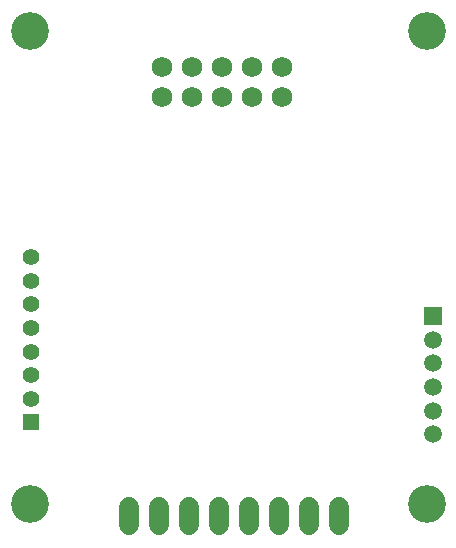
<source format=gbs>
G04 EAGLE Gerber RS-274X export*
G75*
%MOMM*%
%FSLAX34Y34*%
%LPD*%
%INSoldermask Bottom*%
%IPPOS*%
%AMOC8*
5,1,8,0,0,1.08239X$1,22.5*%
G01*
%ADD10C,3.203200*%
%ADD11C,1.511200*%
%ADD12R,1.511200X1.511200*%
%ADD13C,1.411200*%
%ADD14R,1.411200X1.411200*%
%ADD15C,1.727200*%
%ADD16C,1.727200*%


D10*
X27000Y430000D03*
X363000Y430000D03*
X363000Y30000D03*
X27000Y30000D03*
D11*
X368500Y89000D03*
X368500Y109000D03*
X368500Y129000D03*
X368500Y149000D03*
X368500Y169000D03*
D12*
X368500Y189000D03*
D13*
X28000Y219000D03*
X28000Y199000D03*
X28000Y239000D03*
X28000Y179000D03*
X28000Y159000D03*
X28000Y139000D03*
X28000Y119000D03*
D14*
X28000Y99000D03*
D15*
X139200Y374600D03*
X139200Y400000D03*
X164600Y374600D03*
X164600Y400000D03*
X190000Y374600D03*
X190000Y400000D03*
X215400Y374600D03*
X215400Y400000D03*
X240800Y374600D03*
X240800Y400000D03*
D16*
X263500Y27620D02*
X263500Y12380D01*
X238100Y12380D02*
X238100Y27620D01*
X212700Y27620D02*
X212700Y12380D01*
X187300Y12380D02*
X187300Y27620D01*
X161900Y27620D02*
X161900Y12380D01*
X136500Y12380D02*
X136500Y27620D01*
X111100Y27620D02*
X111100Y12380D01*
X288900Y12380D02*
X288900Y27620D01*
M02*

</source>
